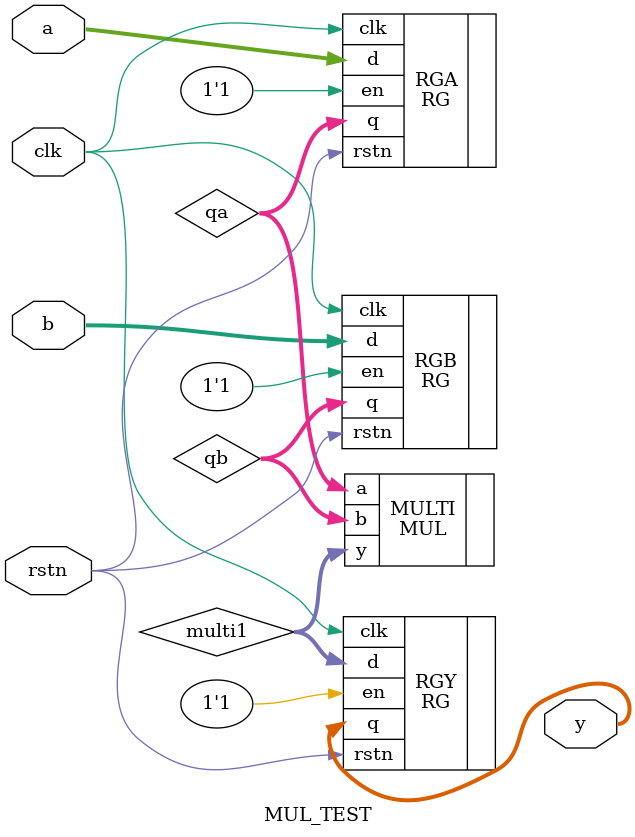
<source format=v>
`timescale 1ns / 1ps
module MUL_TEST(
    input [7:0] a,
    input [7:0] b,
    input clk,
    input rstn,
    output [15:0] y
    );
    //两个寄存器的输出
    wire [7:0]qa;
    wire [7:0]qb;
    //乘法均为有符号乘法
    //自定义乘法
    wire [15:0] multi1;
    RG RGA(
        .d(a),
        .en(1'b1),
        .rstn(rstn),
        .clk(clk),
        .q(qa)
    );
    RG RGB(
        .d(b),
        .en(1'b1),
        .rstn(rstn),
        .clk(clk),
        .q(qb)
    );
    RG #(.WIDTH(16))
    RGY(
        .d(multi1),
        .en(1'b1),
        .rstn(rstn),
        .clk(clk),
        .q(y)
    );
    MUL MULTI(
        .a(qa),
        .b(qb),
        .y(multi1)
    );

endmodule

</source>
